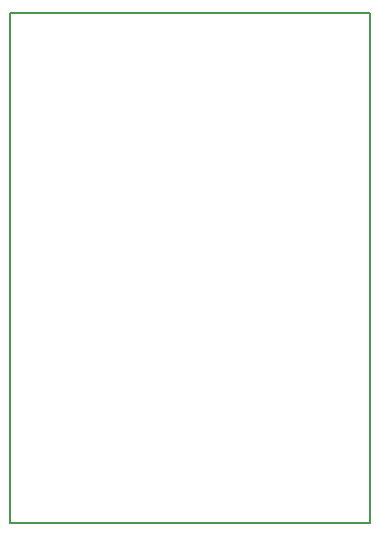
<source format=gbr>
G04 #@! TF.FileFunction,Profile,NP*
%FSLAX46Y46*%
G04 Gerber Fmt 4.6, Leading zero omitted, Abs format (unit mm)*
G04 Created by KiCad (PCBNEW 4.0.2-4+6225~38~ubuntu14.04.1-stable) date Fri 11 Mar 2016 16:17:42 SAST*
%MOMM*%
G01*
G04 APERTURE LIST*
%ADD10C,0.100000*%
%ADD11C,0.150000*%
G04 APERTURE END LIST*
D10*
D11*
X154940000Y-129540000D02*
X154940000Y-86360000D01*
X185420000Y-129540000D02*
X154940000Y-129540000D01*
X185420000Y-86360000D02*
X185420000Y-129540000D01*
X154940000Y-86360000D02*
X185420000Y-86360000D01*
M02*

</source>
